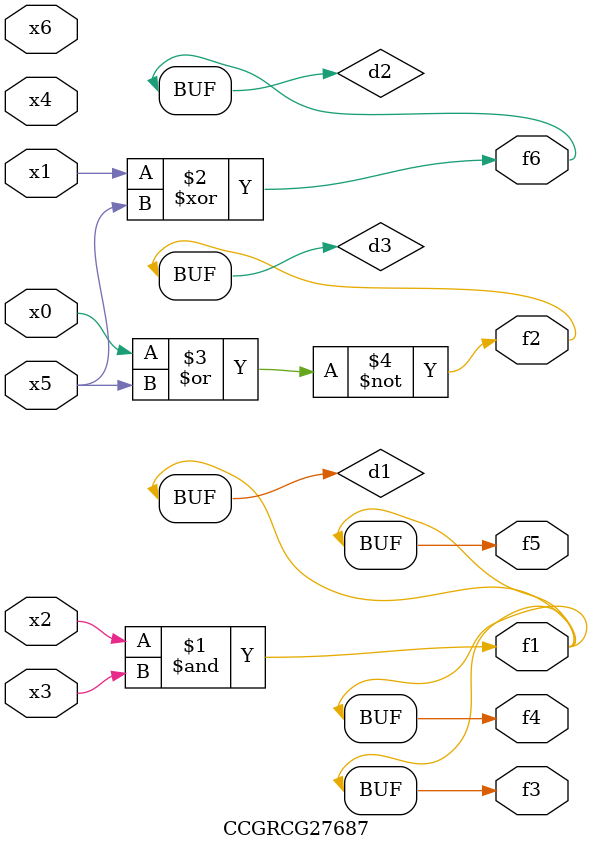
<source format=v>
module CCGRCG27687(
	input x0, x1, x2, x3, x4, x5, x6,
	output f1, f2, f3, f4, f5, f6
);

	wire d1, d2, d3;

	and (d1, x2, x3);
	xor (d2, x1, x5);
	nor (d3, x0, x5);
	assign f1 = d1;
	assign f2 = d3;
	assign f3 = d1;
	assign f4 = d1;
	assign f5 = d1;
	assign f6 = d2;
endmodule

</source>
